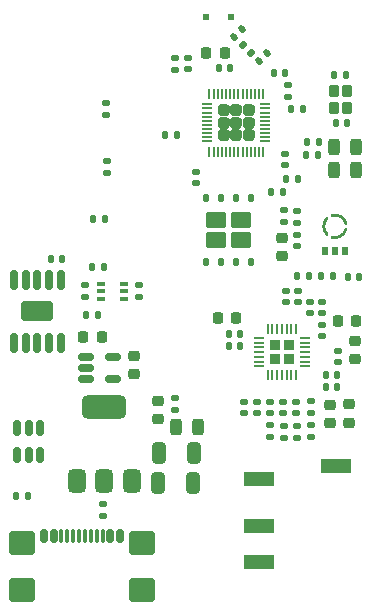
<source format=gtp>
%TF.GenerationSoftware,KiCad,Pcbnew,9.0.0*%
%TF.CreationDate,2025-02-25T22:38:48+02:00*%
%TF.ProjectId,bluetooth-audio,626c7565-746f-46f7-9468-2d617564696f,rev?*%
%TF.SameCoordinates,Original*%
%TF.FileFunction,Paste,Top*%
%TF.FilePolarity,Positive*%
%FSLAX45Y45*%
G04 Gerber Fmt 4.5, Leading zero omitted, Abs format (unit mm)*
G04 Created by KiCad (PCBNEW 9.0.0) date 2025-02-25 22:38:48*
%MOMM*%
%LPD*%
G01*
G04 APERTURE LIST*
G04 Aperture macros list*
%AMRoundRect*
0 Rectangle with rounded corners*
0 $1 Rounding radius*
0 $2 $3 $4 $5 $6 $7 $8 $9 X,Y pos of 4 corners*
0 Add a 4 corners polygon primitive as box body*
4,1,4,$2,$3,$4,$5,$6,$7,$8,$9,$2,$3,0*
0 Add four circle primitives for the rounded corners*
1,1,$1+$1,$2,$3*
1,1,$1+$1,$4,$5*
1,1,$1+$1,$6,$7*
1,1,$1+$1,$8,$9*
0 Add four rect primitives between the rounded corners*
20,1,$1+$1,$2,$3,$4,$5,0*
20,1,$1+$1,$4,$5,$6,$7,0*
20,1,$1+$1,$6,$7,$8,$9,0*
20,1,$1+$1,$8,$9,$2,$3,0*%
%AMFreePoly0*
4,1,25,0.321488,0.458416,0.341677,0.442147,0.442147,0.341677,0.474896,0.281700,0.477668,0.255921,0.477668,-0.255921,0.458416,-0.321488,0.442147,-0.341677,0.341677,-0.442147,0.281700,-0.474896,0.255921,-0.477668,-0.255921,-0.477668,-0.321488,-0.458416,-0.341677,-0.442147,-0.442147,-0.341677,-0.474896,-0.281700,-0.477668,-0.255921,-0.477668,0.255921,-0.458416,0.321488,-0.442147,0.341677,
-0.341677,0.442147,-0.281700,0.474896,-0.255921,0.477668,0.255921,0.477668,0.321488,0.458416,0.321488,0.458416,$1*%
G04 Aperture macros list end*
%ADD10C,0.220000*%
%ADD11RoundRect,0.225000X-0.250000X0.225000X-0.250000X-0.225000X0.250000X-0.225000X0.250000X0.225000X0*%
%ADD12RoundRect,0.140000X0.170000X-0.140000X0.170000X0.140000X-0.170000X0.140000X-0.170000X-0.140000X0*%
%ADD13RoundRect,0.135000X-0.185000X0.135000X-0.185000X-0.135000X0.185000X-0.135000X0.185000X0.135000X0*%
%ADD14RoundRect,0.135000X0.185000X-0.135000X0.185000X0.135000X-0.185000X0.135000X-0.185000X-0.135000X0*%
%ADD15RoundRect,0.135000X-0.135000X-0.185000X0.135000X-0.185000X0.135000X0.185000X-0.135000X0.185000X0*%
%ADD16R,2.500000X1.200000*%
%ADD17RoundRect,0.140000X0.021213X-0.219203X0.219203X-0.021213X-0.021213X0.219203X-0.219203X0.021213X0*%
%ADD18RoundRect,0.140000X0.140000X0.170000X-0.140000X0.170000X-0.140000X-0.170000X0.140000X-0.170000X0*%
%ADD19RoundRect,0.375000X0.375000X-0.625000X0.375000X0.625000X-0.375000X0.625000X-0.375000X-0.625000X0*%
%ADD20RoundRect,0.500000X1.400000X-0.500000X1.400000X0.500000X-1.400000X0.500000X-1.400000X-0.500000X0*%
%ADD21RoundRect,0.140000X-0.140000X-0.170000X0.140000X-0.170000X0.140000X0.170000X-0.140000X0.170000X0*%
%ADD22RoundRect,0.243750X0.243750X0.456250X-0.243750X0.456250X-0.243750X-0.456250X0.243750X-0.456250X0*%
%ADD23RoundRect,0.135000X0.135000X0.185000X-0.135000X0.185000X-0.135000X-0.185000X0.135000X-0.185000X0*%
%ADD24RoundRect,0.140000X-0.170000X0.140000X-0.170000X-0.140000X0.170000X-0.140000X0.170000X0.140000X0*%
%ADD25RoundRect,0.232500X-0.232500X-0.232500X0.232500X-0.232500X0.232500X0.232500X-0.232500X0.232500X0*%
%ADD26RoundRect,0.050000X-0.362500X-0.050000X0.362500X-0.050000X0.362500X0.050000X-0.362500X0.050000X0*%
%ADD27RoundRect,0.050000X-0.050000X-0.362500X0.050000X-0.362500X0.050000X0.362500X-0.050000X0.362500X0*%
%ADD28RoundRect,0.250000X-0.325000X-0.650000X0.325000X-0.650000X0.325000X0.650000X-0.325000X0.650000X0*%
%ADD29RoundRect,0.225000X0.225000X0.250000X-0.225000X0.250000X-0.225000X-0.250000X0.225000X-0.250000X0*%
%ADD30FreePoly0,270.000000*%
%ADD31RoundRect,0.050000X-0.050000X0.350000X-0.050000X-0.350000X0.050000X-0.350000X0.050000X0.350000X0*%
%ADD32RoundRect,0.050000X-0.350000X0.050000X-0.350000X-0.050000X0.350000X-0.050000X0.350000X0.050000X0*%
%ADD33RoundRect,0.225000X-0.225000X-0.250000X0.225000X-0.250000X0.225000X0.250000X-0.225000X0.250000X0*%
%ADD34RoundRect,0.100000X0.225000X0.100000X-0.225000X0.100000X-0.225000X-0.100000X0.225000X-0.100000X0*%
%ADD35RoundRect,0.250000X1.080000X-0.595000X1.080000X0.595000X-1.080000X0.595000X-1.080000X-0.595000X0*%
%ADD36RoundRect,0.150000X0.150000X-0.687500X0.150000X0.687500X-0.150000X0.687500X-0.150000X-0.687500X0*%
%ADD37RoundRect,0.053000X-0.212000X-0.312000X0.212000X-0.312000X0.212000X0.312000X-0.212000X0.312000X0*%
%ADD38RoundRect,0.147500X-0.226274X-0.017678X-0.017678X-0.226274X0.226274X0.017678X0.017678X0.226274X0*%
%ADD39RoundRect,0.102000X-0.323000X0.373000X-0.323000X-0.373000X0.323000X-0.373000X0.323000X0.373000X0*%
%ADD40RoundRect,0.250000X0.615000X-0.435000X0.615000X0.435000X-0.615000X0.435000X-0.615000X-0.435000X0*%
%ADD41RoundRect,0.125000X0.125000X-0.250000X0.125000X0.250000X-0.125000X0.250000X-0.125000X-0.250000X0*%
%ADD42RoundRect,0.150000X-0.512500X-0.150000X0.512500X-0.150000X0.512500X0.150000X-0.512500X0.150000X0*%
%ADD43RoundRect,0.150000X-0.150000X-0.425000X0.150000X-0.425000X0.150000X0.425000X-0.150000X0.425000X0*%
%ADD44RoundRect,0.075000X-0.075000X-0.500000X0.075000X-0.500000X0.075000X0.500000X-0.075000X0.500000X0*%
%ADD45RoundRect,0.250000X-0.840000X-0.750000X0.840000X-0.750000X0.840000X0.750000X-0.840000X0.750000X0*%
%ADD46R,0.500000X0.500000*%
%ADD47RoundRect,0.150000X-0.150000X0.512500X-0.150000X-0.512500X0.150000X-0.512500X0.150000X0.512500X0*%
G04 APERTURE END LIST*
D10*
%TO.C,MK1*%
X17411246Y-9139754D02*
G75*
G02*
X17411246Y-9004246I67754J67754D01*
G01*
X17454000Y-8979500D02*
G75*
G02*
X17571500Y-9047000I25000J-92500D01*
G01*
X17571500Y-9097000D02*
G75*
G02*
X17452989Y-9164221I-92500J25000D01*
G01*
%TD*%
D11*
%TO.C,C44*%
X17031000Y-9166500D03*
X17031000Y-9321500D03*
%TD*%
D12*
%TO.C,C6*%
X16300000Y-8704000D03*
X16300000Y-8608000D03*
%TD*%
D13*
%TO.C,R5*%
X15514000Y-11424000D03*
X15514000Y-11526000D03*
%TD*%
D14*
%TO.C,R11*%
X16127000Y-7748000D03*
X16127000Y-7646000D03*
%TD*%
D15*
%TO.C,R4*%
X14777370Y-11353500D03*
X14879370Y-11353500D03*
%TD*%
%TO.C,R2*%
X15417620Y-9416875D03*
X15519620Y-9416875D03*
%TD*%
D12*
%TO.C,C22*%
X17368225Y-9805224D03*
X17368225Y-9709224D03*
%TD*%
D16*
%TO.C,J1*%
X16839224Y-11610224D03*
X16839224Y-11910224D03*
X17489224Y-11100224D03*
X16839224Y-11210224D03*
%TD*%
D11*
%TO.C,C17*%
X17599224Y-10578724D03*
X17599224Y-10733724D03*
%TD*%
D17*
%TO.C,C37*%
X16838059Y-7674941D03*
X16905941Y-7607059D03*
%TD*%
D18*
%TO.C,C33*%
X16137620Y-8299875D03*
X16041620Y-8299875D03*
%TD*%
D19*
%TO.C,U7*%
X15297370Y-11229875D03*
X15527370Y-11229875D03*
D20*
X15527370Y-10599875D03*
D19*
X15757370Y-11229875D03*
%TD*%
D13*
%TO.C,R7*%
X17044224Y-10758224D03*
X17044224Y-10860224D03*
%TD*%
D21*
%TO.C,C40*%
X17590000Y-9500000D03*
X17686000Y-9500000D03*
%TD*%
D22*
%TO.C,D3*%
X17656750Y-8599000D03*
X17469250Y-8599000D03*
%TD*%
D23*
%TO.C,R13*%
X17205367Y-8078620D03*
X17103367Y-8078620D03*
%TD*%
D24*
%TO.C,C28*%
X16820224Y-10555224D03*
X16820224Y-10651224D03*
%TD*%
D12*
%TO.C,C43*%
X17161000Y-9237000D03*
X17161000Y-9141000D03*
%TD*%
D21*
%TO.C,C10*%
X16959288Y-7770322D03*
X17055288Y-7770322D03*
%TD*%
D13*
%TO.C,R21*%
X17161000Y-8939000D03*
X17161000Y-9041000D03*
%TD*%
D21*
%TO.C,C19*%
X15074620Y-9344875D03*
X15170620Y-9344875D03*
%TD*%
D18*
%TO.C,C39*%
X17460000Y-9490000D03*
X17364000Y-9490000D03*
%TD*%
D11*
%TO.C,C29*%
X17647000Y-10042500D03*
X17647000Y-10197500D03*
%TD*%
D25*
%TO.C,U4*%
X16971500Y-10079500D03*
X16971500Y-10194500D03*
X17086500Y-10079500D03*
X17086500Y-10194500D03*
D26*
X16835250Y-10017000D03*
X16835250Y-10057000D03*
X16835250Y-10097000D03*
X16835250Y-10137000D03*
X16835250Y-10177000D03*
X16835250Y-10217000D03*
X16835250Y-10257000D03*
D27*
X16909000Y-10330750D03*
X16949000Y-10330750D03*
X16989000Y-10330750D03*
X17029000Y-10330750D03*
X17069000Y-10330750D03*
X17109000Y-10330750D03*
X17149000Y-10330750D03*
D26*
X17222750Y-10257000D03*
X17222750Y-10217000D03*
X17222750Y-10177000D03*
X17222750Y-10137000D03*
X17222750Y-10097000D03*
X17222750Y-10057000D03*
X17222750Y-10017000D03*
D27*
X17149000Y-9943250D03*
X17109000Y-9943250D03*
X17069000Y-9943250D03*
X17029000Y-9943250D03*
X16989000Y-9943250D03*
X16949000Y-9943250D03*
X16909000Y-9943250D03*
%TD*%
D14*
%TO.C,R26*%
X15543000Y-8132000D03*
X15543000Y-8030000D03*
%TD*%
D18*
%TO.C,C7*%
X16589143Y-7735254D03*
X16493143Y-7735254D03*
%TD*%
D17*
%TO.C,C38*%
X16626000Y-7465000D03*
X16693882Y-7397118D03*
%TD*%
D12*
%TO.C,C9*%
X17084000Y-7974000D03*
X17084000Y-7878000D03*
%TD*%
D15*
%TO.C,R20*%
X17068000Y-8668000D03*
X17170000Y-8668000D03*
%TD*%
D18*
%TO.C,C13*%
X16677000Y-9986000D03*
X16581000Y-9986000D03*
%TD*%
D24*
%TO.C,C27*%
X16712224Y-10555224D03*
X16712224Y-10651224D03*
%TD*%
D23*
%TO.C,R22*%
X17263000Y-9494000D03*
X17161000Y-9494000D03*
%TD*%
D24*
%TO.C,C30*%
X17508000Y-10128000D03*
X17508000Y-10224000D03*
%TD*%
D11*
%TO.C,C4*%
X15979370Y-10549000D03*
X15979370Y-10704000D03*
%TD*%
D28*
%TO.C,C1*%
X15984250Y-11248125D03*
X16279250Y-11248125D03*
%TD*%
D13*
%TO.C,R25*%
X15544522Y-8515267D03*
X15544522Y-8617267D03*
%TD*%
D29*
%TO.C,C14*%
X16642500Y-9850875D03*
X16487500Y-9850875D03*
%TD*%
D30*
%TO.C,U1*%
X16750667Y-8089333D03*
X16644000Y-8089333D03*
X16537333Y-8089333D03*
X16750667Y-8196000D03*
X16644000Y-8196000D03*
X16537333Y-8196000D03*
X16750667Y-8302667D03*
X16644000Y-8302667D03*
X16537333Y-8302667D03*
D31*
X16871500Y-7951000D03*
X16836500Y-7951000D03*
X16801500Y-7951000D03*
X16766500Y-7951000D03*
X16731500Y-7951000D03*
X16696500Y-7951000D03*
X16661500Y-7951000D03*
X16626500Y-7951000D03*
X16591500Y-7951000D03*
X16556500Y-7951000D03*
X16521500Y-7951000D03*
X16486500Y-7951000D03*
X16451500Y-7951000D03*
X16416500Y-7951000D03*
D32*
X16399000Y-8038500D03*
X16399000Y-8073500D03*
X16399000Y-8108500D03*
X16399000Y-8143500D03*
X16399000Y-8178500D03*
X16399000Y-8213500D03*
X16399000Y-8248500D03*
X16399000Y-8283500D03*
X16399000Y-8318500D03*
X16399000Y-8353500D03*
D31*
X16416500Y-8441000D03*
X16451500Y-8441000D03*
X16486500Y-8441000D03*
X16521500Y-8441000D03*
X16556500Y-8441000D03*
X16591500Y-8441000D03*
X16626500Y-8441000D03*
X16661500Y-8441000D03*
X16696500Y-8441000D03*
X16731500Y-8441000D03*
X16766500Y-8441000D03*
X16801500Y-8441000D03*
X16836500Y-8441000D03*
X16871500Y-8441000D03*
D32*
X16889000Y-8353500D03*
X16889000Y-8318500D03*
X16889000Y-8283500D03*
X16889000Y-8248500D03*
X16889000Y-8213500D03*
X16889000Y-8178500D03*
X16889000Y-8143500D03*
X16889000Y-8108500D03*
X16889000Y-8073500D03*
X16889000Y-8038500D03*
%TD*%
D13*
%TO.C,R10*%
X17157224Y-10764224D03*
X17157224Y-10866224D03*
%TD*%
D33*
%TO.C,C2*%
X15348870Y-10011750D03*
X15503870Y-10011750D03*
%TD*%
D24*
%TO.C,C42*%
X17165000Y-9620000D03*
X17165000Y-9716000D03*
%TD*%
D21*
%TO.C,C16*%
X17403224Y-10328224D03*
X17499224Y-10328224D03*
%TD*%
D34*
%TO.C,Q1*%
X15689620Y-9687875D03*
X15689620Y-9622875D03*
X15689620Y-9557875D03*
X15499620Y-9557875D03*
X15499620Y-9622875D03*
X15499620Y-9687875D03*
%TD*%
D12*
%TO.C,C21*%
X17263224Y-9805224D03*
X17263224Y-9709224D03*
%TD*%
D35*
%TO.C,U2*%
X14960000Y-9792125D03*
D36*
X14760000Y-10055875D03*
X14860000Y-10055875D03*
X14960000Y-10055875D03*
X15060000Y-10055875D03*
X15160000Y-10055875D03*
X15160000Y-9528375D03*
X15060000Y-9528375D03*
X14960000Y-9528375D03*
X14860000Y-9528375D03*
X14760000Y-9528375D03*
%TD*%
D13*
%TO.C,R9*%
X17275224Y-10751224D03*
X17275224Y-10853224D03*
%TD*%
D37*
%TO.C,MK1*%
X17391000Y-9281000D03*
X17479000Y-9281000D03*
X17567000Y-9281000D03*
%TD*%
D22*
%TO.C,D1*%
X17656750Y-8396000D03*
X17469250Y-8396000D03*
%TD*%
D12*
%TO.C,C24*%
X17273224Y-10649224D03*
X17273224Y-10553224D03*
%TD*%
D28*
%TO.C,C3*%
X15986250Y-10986875D03*
X16281250Y-10986875D03*
%TD*%
D38*
%TO.C,L1*%
X16698705Y-7532705D03*
X16767295Y-7601295D03*
%TD*%
D18*
%TO.C,C36*%
X17582000Y-8200000D03*
X17486000Y-8200000D03*
%TD*%
D12*
%TO.C,C34*%
X16238723Y-7743586D03*
X16238723Y-7647586D03*
%TD*%
D24*
%TO.C,C11*%
X17060000Y-8460000D03*
X17060000Y-8556000D03*
%TD*%
D15*
%TO.C,R19*%
X16934000Y-8781000D03*
X17036000Y-8781000D03*
%TD*%
D24*
%TO.C,C41*%
X17065000Y-9620000D03*
X17065000Y-9716000D03*
%TD*%
D11*
%TO.C,C15*%
X17435224Y-10581225D03*
X17435224Y-10736225D03*
%TD*%
D14*
%TO.C,R14*%
X15815620Y-9671875D03*
X15815620Y-9569875D03*
%TD*%
D18*
%TO.C,C12*%
X16677000Y-10086000D03*
X16581000Y-10086000D03*
%TD*%
D39*
%TO.C,Y1*%
X17469843Y-7923798D03*
X17469843Y-8068798D03*
X17584843Y-8068798D03*
X17584843Y-7923798D03*
%TD*%
D40*
%TO.C,U6*%
X16470250Y-9190250D03*
X16685250Y-9190250D03*
X16470250Y-9020250D03*
X16685250Y-9020250D03*
D41*
X16387250Y-9375250D03*
X16514250Y-9375250D03*
X16641250Y-9375250D03*
X16768250Y-9375250D03*
X16768250Y-8835250D03*
X16641250Y-8835250D03*
X16514250Y-8835250D03*
X16387250Y-8835250D03*
%TD*%
D29*
%TO.C,C8*%
X16545500Y-7601000D03*
X16390500Y-7601000D03*
%TD*%
D12*
%TO.C,C23*%
X17035224Y-10654224D03*
X17035224Y-10558224D03*
%TD*%
D22*
%TO.C,D2*%
X16321750Y-10769000D03*
X16134250Y-10769000D03*
%TD*%
D42*
%TO.C,U3*%
X15371620Y-10177500D03*
X15371620Y-10272500D03*
X15371620Y-10367500D03*
X15599120Y-10367500D03*
X15599120Y-10177500D03*
%TD*%
D13*
%TO.C,R6*%
X16122370Y-10521500D03*
X16122370Y-10623500D03*
%TD*%
D15*
%TO.C,R18*%
X17236000Y-8468000D03*
X17338000Y-8468000D03*
%TD*%
D43*
%TO.C,J2*%
X15017750Y-11696125D03*
X15097750Y-11696125D03*
D44*
X15212750Y-11696125D03*
X15312750Y-11696125D03*
X15362750Y-11696125D03*
X15462750Y-11696125D03*
D43*
X15577750Y-11696125D03*
X15657750Y-11696125D03*
X15657750Y-11696125D03*
X15577750Y-11696125D03*
D44*
X15512750Y-11696125D03*
X15412750Y-11696125D03*
X15262750Y-11696125D03*
X15162750Y-11696125D03*
D43*
X15097750Y-11696125D03*
X15017750Y-11696125D03*
D45*
X14826750Y-11753625D03*
X14826750Y-12146625D03*
X15848750Y-11753625D03*
X15848750Y-12146625D03*
%TD*%
D21*
%TO.C,C18*%
X17404225Y-10429225D03*
X17500225Y-10429225D03*
%TD*%
%TO.C,C35*%
X17474394Y-7791944D03*
X17570394Y-7791944D03*
%TD*%
D46*
%TO.C,ANT1*%
X16597000Y-7301250D03*
X16387000Y-7300250D03*
%TD*%
D23*
%TO.C,R24*%
X15528000Y-9012000D03*
X15426000Y-9012000D03*
%TD*%
D47*
%TO.C,U5*%
X14980750Y-10782125D03*
X14885750Y-10782125D03*
X14790750Y-10782125D03*
X14790750Y-11009625D03*
X14885750Y-11009625D03*
X14980750Y-11009625D03*
%TD*%
D15*
%TO.C,R12*%
X17240000Y-8354000D03*
X17342000Y-8354000D03*
%TD*%
%TO.C,R1*%
X15374620Y-9824875D03*
X15476620Y-9824875D03*
%TD*%
D33*
%TO.C,C31*%
X17502724Y-9877224D03*
X17657724Y-9877224D03*
%TD*%
D13*
%TO.C,R8*%
X16931224Y-10755474D03*
X16931224Y-10857474D03*
%TD*%
D12*
%TO.C,C25*%
X16926224Y-10653224D03*
X16926224Y-10557224D03*
%TD*%
D24*
%TO.C,C32*%
X17369844Y-9906099D03*
X17369844Y-10002099D03*
%TD*%
D11*
%TO.C,C5*%
X15778620Y-10171000D03*
X15778620Y-10326000D03*
%TD*%
D14*
%TO.C,R23*%
X17045000Y-9039000D03*
X17045000Y-8937000D03*
%TD*%
D13*
%TO.C,R3*%
X15366620Y-9570875D03*
X15366620Y-9672875D03*
%TD*%
D12*
%TO.C,C26*%
X17150224Y-10652224D03*
X17150224Y-10556224D03*
%TD*%
M02*

</source>
